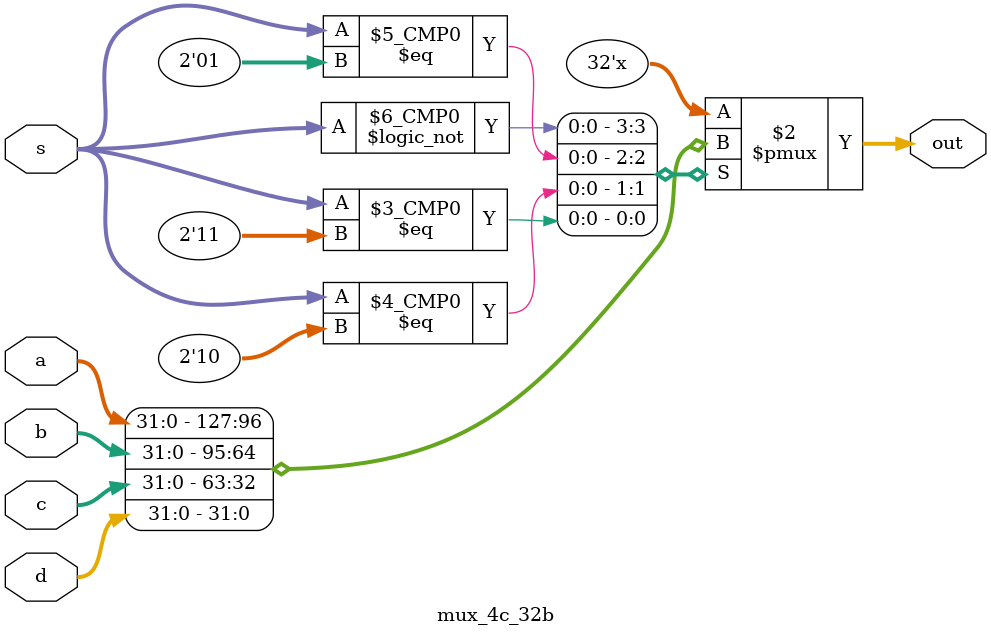
<source format=v>
`timescale 1ns / 1ps


module mux_4c_32b(out, s, a, b, c, d);

    output reg [31:0]out;
    input [31:0] a, b, c, d;
    input [1:0]s;
    
    always @(*) begin
        case (s)
            2'b00: out = a;
            2'b01: out = b;
            2'b10: out = c;
            2'b11: out = d;
        endcase
    end

endmodule

</source>
